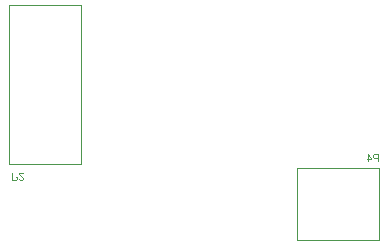
<source format=gbo>
G04 Layer_Color=32896*
%FSLAX25Y25*%
%MOIN*%
G70*
G01*
G75*
%ADD71C,0.00100*%
G36*
X24739Y-30545D02*
X25394D01*
X25492Y-30549D01*
X25582Y-30553D01*
X25664Y-30565D01*
X25742Y-30580D01*
X25808Y-30596D01*
X25870Y-30615D01*
X25925Y-30635D01*
X25972Y-30658D01*
X26015Y-30678D01*
X26050Y-30697D01*
X26077Y-30717D01*
X26104Y-30732D01*
X26120Y-30748D01*
X26132Y-30760D01*
X26139Y-30764D01*
X26143Y-30768D01*
X26182Y-30810D01*
X26213Y-30857D01*
X26241Y-30904D01*
X26264Y-30951D01*
X26303Y-31040D01*
X26327Y-31130D01*
X26338Y-31169D01*
X26342Y-31204D01*
X26346Y-31239D01*
X26350Y-31267D01*
X26354Y-31290D01*
Y-31306D01*
Y-31317D01*
Y-31321D01*
X26350Y-31392D01*
X26342Y-31458D01*
X26331Y-31516D01*
X26315Y-31567D01*
X26299Y-31610D01*
X26288Y-31641D01*
X26280Y-31661D01*
X26276Y-31668D01*
X26245Y-31727D01*
X26210Y-31774D01*
X26175Y-31817D01*
X26143Y-31852D01*
X26116Y-31879D01*
X26093Y-31898D01*
X26073Y-31910D01*
X26069Y-31914D01*
X26019Y-31945D01*
X25964Y-31973D01*
X25913Y-31992D01*
X25863Y-32008D01*
X25820Y-32019D01*
X25785Y-32027D01*
X25761Y-32035D01*
X25753D01*
X25699Y-32043D01*
X25636Y-32051D01*
X25570Y-32054D01*
X25508Y-32058D01*
X25449Y-32062D01*
X24400D01*
Y-29500D01*
X24739D01*
Y-30545D01*
D02*
G37*
G36*
X146600Y-25700D02*
X146261D01*
Y-24655D01*
X145606D01*
X145508Y-24651D01*
X145418Y-24647D01*
X145336Y-24635D01*
X145258Y-24620D01*
X145192Y-24604D01*
X145130Y-24585D01*
X145075Y-24565D01*
X145028Y-24542D01*
X144985Y-24522D01*
X144950Y-24503D01*
X144923Y-24483D01*
X144896Y-24468D01*
X144880Y-24452D01*
X144868Y-24440D01*
X144861Y-24436D01*
X144857Y-24432D01*
X144818Y-24390D01*
X144787Y-24343D01*
X144759Y-24296D01*
X144736Y-24249D01*
X144697Y-24160D01*
X144673Y-24070D01*
X144662Y-24031D01*
X144658Y-23996D01*
X144654Y-23961D01*
X144650Y-23933D01*
X144646Y-23910D01*
Y-23894D01*
Y-23883D01*
Y-23879D01*
X144650Y-23809D01*
X144658Y-23742D01*
X144669Y-23684D01*
X144685Y-23633D01*
X144701Y-23590D01*
X144712Y-23559D01*
X144720Y-23539D01*
X144724Y-23532D01*
X144755Y-23473D01*
X144790Y-23426D01*
X144825Y-23383D01*
X144857Y-23348D01*
X144884Y-23321D01*
X144907Y-23302D01*
X144927Y-23290D01*
X144931Y-23286D01*
X144982Y-23255D01*
X145036Y-23227D01*
X145087Y-23208D01*
X145138Y-23192D01*
X145180Y-23181D01*
X145215Y-23173D01*
X145239Y-23165D01*
X145247D01*
X145301Y-23157D01*
X145364Y-23149D01*
X145430Y-23145D01*
X145492Y-23142D01*
X145551Y-23138D01*
X146600D01*
Y-25700D01*
D02*
G37*
G36*
X144447Y-24799D02*
Y-25088D01*
X143336D01*
Y-25700D01*
X143020D01*
Y-25088D01*
X142673D01*
Y-24799D01*
X143020D01*
Y-23142D01*
X143277D01*
X144447Y-24799D01*
D02*
G37*
G36*
X28312Y-29800D02*
X27052D01*
X27095Y-29863D01*
X27138Y-29913D01*
X27157Y-29937D01*
X27173Y-29952D01*
X27181Y-29964D01*
X27185Y-29968D01*
X27204Y-29987D01*
X27224Y-30007D01*
X27274Y-30054D01*
X27337Y-30108D01*
X27395Y-30163D01*
X27454Y-30214D01*
X27501Y-30253D01*
X27520Y-30268D01*
X27536Y-30280D01*
X27543Y-30288D01*
X27547Y-30292D01*
X27610Y-30346D01*
X27664Y-30393D01*
X27719Y-30440D01*
X27766Y-30483D01*
X27809Y-30526D01*
X27848Y-30561D01*
X27887Y-30596D01*
X27918Y-30627D01*
X27945Y-30654D01*
X27968Y-30678D01*
X28004Y-30713D01*
X28023Y-30736D01*
X28031Y-30744D01*
X28082Y-30806D01*
X28128Y-30861D01*
X28163Y-30916D01*
X28191Y-30962D01*
X28214Y-31001D01*
X28230Y-31029D01*
X28238Y-31048D01*
X28242Y-31056D01*
X28265Y-31111D01*
X28280Y-31165D01*
X28292Y-31216D01*
X28300Y-31263D01*
X28304Y-31302D01*
X28308Y-31333D01*
Y-31352D01*
Y-31360D01*
X28304Y-31415D01*
X28300Y-31470D01*
X28273Y-31567D01*
X28238Y-31653D01*
X28199Y-31727D01*
X28160Y-31785D01*
X28140Y-31809D01*
X28124Y-31832D01*
X28109Y-31848D01*
X28097Y-31859D01*
X28093Y-31863D01*
X28089Y-31867D01*
X28047Y-31902D01*
X28004Y-31938D01*
X27957Y-31965D01*
X27906Y-31988D01*
X27809Y-32023D01*
X27715Y-32047D01*
X27672Y-32058D01*
X27633Y-32062D01*
X27598Y-32066D01*
X27567Y-32070D01*
X27540Y-32074D01*
X27504D01*
X27438Y-32070D01*
X27376Y-32066D01*
X27259Y-32043D01*
X27208Y-32031D01*
X27157Y-32015D01*
X27114Y-31996D01*
X27075Y-31980D01*
X27040Y-31961D01*
X27009Y-31945D01*
X26982Y-31926D01*
X26958Y-31914D01*
X26943Y-31902D01*
X26931Y-31891D01*
X26923Y-31887D01*
X26919Y-31883D01*
X26880Y-31844D01*
X26849Y-31805D01*
X26791Y-31715D01*
X26748Y-31626D01*
X26717Y-31536D01*
X26693Y-31458D01*
X26689Y-31423D01*
X26682Y-31392D01*
X26678Y-31368D01*
X26674Y-31349D01*
Y-31337D01*
Y-31333D01*
X26997Y-31298D01*
X27005Y-31384D01*
X27021Y-31458D01*
X27040Y-31520D01*
X27068Y-31575D01*
X27091Y-31618D01*
X27114Y-31649D01*
X27130Y-31664D01*
X27134Y-31672D01*
X27189Y-31719D01*
X27247Y-31754D01*
X27309Y-31778D01*
X27368Y-31797D01*
X27419Y-31805D01*
X27458Y-31809D01*
X27473Y-31813D01*
X27497D01*
X27575Y-31809D01*
X27645Y-31793D01*
X27703Y-31774D01*
X27754Y-31750D01*
X27793Y-31723D01*
X27824Y-31703D01*
X27840Y-31688D01*
X27848Y-31684D01*
X27894Y-31633D01*
X27926Y-31579D01*
X27949Y-31528D01*
X27968Y-31477D01*
X27976Y-31434D01*
X27980Y-31399D01*
X27984Y-31376D01*
Y-31372D01*
Y-31368D01*
X27976Y-31302D01*
X27961Y-31232D01*
X27937Y-31169D01*
X27910Y-31111D01*
X27883Y-31060D01*
X27859Y-31021D01*
X27852Y-31005D01*
X27844Y-30994D01*
X27836Y-30990D01*
Y-30986D01*
X27805Y-30947D01*
X27770Y-30904D01*
X27731Y-30861D01*
X27684Y-30818D01*
X27590Y-30729D01*
X27497Y-30639D01*
X27411Y-30565D01*
X27372Y-30530D01*
X27337Y-30502D01*
X27309Y-30475D01*
X27290Y-30459D01*
X27274Y-30448D01*
X27270Y-30444D01*
X27177Y-30362D01*
X27091Y-30288D01*
X27021Y-30222D01*
X26962Y-30167D01*
X26915Y-30120D01*
X26884Y-30085D01*
X26865Y-30062D01*
X26857Y-30058D01*
Y-30054D01*
X26806Y-29991D01*
X26767Y-29933D01*
X26728Y-29874D01*
X26701Y-29824D01*
X26678Y-29777D01*
X26662Y-29746D01*
X26654Y-29722D01*
X26650Y-29718D01*
Y-29715D01*
X26639Y-29675D01*
X26627Y-29636D01*
X26623Y-29601D01*
X26619Y-29570D01*
X26615Y-29543D01*
Y-29520D01*
Y-29504D01*
Y-29500D01*
X28312D01*
Y-29800D01*
D02*
G37*
%LPC*%
G36*
X25430Y-30845D02*
X24739D01*
Y-31762D01*
X25469D01*
X25539Y-31758D01*
X25593Y-31754D01*
X25636Y-31750D01*
X25668Y-31746D01*
X25691Y-31743D01*
X25703Y-31739D01*
X25706D01*
X25753Y-31719D01*
X25796Y-31700D01*
X25831Y-31672D01*
X25863Y-31649D01*
X25890Y-31626D01*
X25905Y-31606D01*
X25917Y-31590D01*
X25921Y-31587D01*
X25948Y-31544D01*
X25968Y-31497D01*
X25983Y-31450D01*
X25991Y-31407D01*
X25999Y-31368D01*
X26003Y-31337D01*
Y-31317D01*
Y-31310D01*
X25995Y-31232D01*
X25980Y-31161D01*
X25960Y-31103D01*
X25933Y-31056D01*
X25905Y-31017D01*
X25886Y-30990D01*
X25870Y-30970D01*
X25863Y-30966D01*
X25835Y-30947D01*
X25804Y-30927D01*
X25734Y-30896D01*
X25656Y-30877D01*
X25578Y-30861D01*
X25508Y-30853D01*
X25480Y-30849D01*
X25453D01*
X25430Y-30845D01*
D02*
G37*
G36*
X146261Y-23438D02*
X145531D01*
X145461Y-23442D01*
X145407Y-23446D01*
X145364Y-23450D01*
X145333Y-23454D01*
X145309Y-23458D01*
X145297Y-23461D01*
X145293D01*
X145247Y-23481D01*
X145204Y-23500D01*
X145169Y-23528D01*
X145138Y-23551D01*
X145110Y-23574D01*
X145095Y-23594D01*
X145083Y-23610D01*
X145079Y-23614D01*
X145052Y-23656D01*
X145032Y-23703D01*
X145017Y-23750D01*
X145009Y-23793D01*
X145001Y-23832D01*
X144997Y-23863D01*
Y-23883D01*
Y-23890D01*
X145005Y-23968D01*
X145020Y-24039D01*
X145040Y-24097D01*
X145067Y-24144D01*
X145095Y-24183D01*
X145114Y-24210D01*
X145130Y-24230D01*
X145138Y-24234D01*
X145165Y-24253D01*
X145196Y-24273D01*
X145266Y-24304D01*
X145344Y-24323D01*
X145422Y-24339D01*
X145492Y-24347D01*
X145520Y-24351D01*
X145547D01*
X145570Y-24354D01*
X146261D01*
Y-23438D01*
D02*
G37*
G36*
X143336Y-23652D02*
Y-24799D01*
X144139D01*
X143336Y-23652D01*
D02*
G37*
%LPD*%
D71*
X119500Y-51700D02*
Y-27700D01*
X146600D01*
Y-51700D02*
Y-27700D01*
X119500Y-51700D02*
X146600D01*
X23500Y-26500D02*
Y26500D01*
Y-26500D02*
X47500D01*
Y26500D01*
X23500D02*
X47500D01*
M02*

</source>
